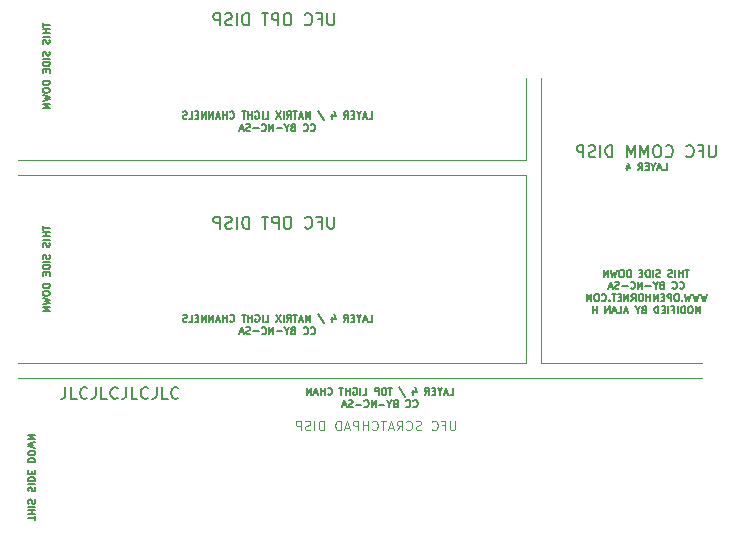
<source format=gbr>
G04 #@! TF.GenerationSoftware,KiCad,Pcbnew,(5.1.9)-1*
G04 #@! TF.CreationDate,2021-05-19T12:02:55-04:00*
G04 #@! TF.ProjectId,upper layers combined,75707065-7220-46c6-9179-65727320636f,rev?*
G04 #@! TF.SameCoordinates,Original*
G04 #@! TF.FileFunction,Legend,Bot*
G04 #@! TF.FilePolarity,Positive*
%FSLAX46Y46*%
G04 Gerber Fmt 4.6, Leading zero omitted, Abs format (unit mm)*
G04 Created by KiCad (PCBNEW (5.1.9)-1) date 2021-05-19 12:02:55*
%MOMM*%
%LPD*%
G01*
G04 APERTURE LIST*
%ADD10C,0.150000*%
%ADD11C,0.050000*%
%ADD12C,0.200000*%
%ADD13C,0.120000*%
G04 APERTURE END LIST*
D10*
X102060952Y-101052380D02*
X102060952Y-101766666D01*
X102013333Y-101909523D01*
X101918095Y-102004761D01*
X101775238Y-102052380D01*
X101680000Y-102052380D01*
X103013333Y-102052380D02*
X102537142Y-102052380D01*
X102537142Y-101052380D01*
X103918095Y-101957142D02*
X103870476Y-102004761D01*
X103727619Y-102052380D01*
X103632380Y-102052380D01*
X103489523Y-102004761D01*
X103394285Y-101909523D01*
X103346666Y-101814285D01*
X103299047Y-101623809D01*
X103299047Y-101480952D01*
X103346666Y-101290476D01*
X103394285Y-101195238D01*
X103489523Y-101100000D01*
X103632380Y-101052380D01*
X103727619Y-101052380D01*
X103870476Y-101100000D01*
X103918095Y-101147619D01*
X104632380Y-101052380D02*
X104632380Y-101766666D01*
X104584761Y-101909523D01*
X104489523Y-102004761D01*
X104346666Y-102052380D01*
X104251428Y-102052380D01*
X105584761Y-102052380D02*
X105108571Y-102052380D01*
X105108571Y-101052380D01*
X106489523Y-101957142D02*
X106441904Y-102004761D01*
X106299047Y-102052380D01*
X106203809Y-102052380D01*
X106060952Y-102004761D01*
X105965714Y-101909523D01*
X105918095Y-101814285D01*
X105870476Y-101623809D01*
X105870476Y-101480952D01*
X105918095Y-101290476D01*
X105965714Y-101195238D01*
X106060952Y-101100000D01*
X106203809Y-101052380D01*
X106299047Y-101052380D01*
X106441904Y-101100000D01*
X106489523Y-101147619D01*
X107203809Y-101052380D02*
X107203809Y-101766666D01*
X107156190Y-101909523D01*
X107060952Y-102004761D01*
X106918095Y-102052380D01*
X106822857Y-102052380D01*
X108156190Y-102052380D02*
X107680000Y-102052380D01*
X107680000Y-101052380D01*
X109060952Y-101957142D02*
X109013333Y-102004761D01*
X108870476Y-102052380D01*
X108775238Y-102052380D01*
X108632380Y-102004761D01*
X108537142Y-101909523D01*
X108489523Y-101814285D01*
X108441904Y-101623809D01*
X108441904Y-101480952D01*
X108489523Y-101290476D01*
X108537142Y-101195238D01*
X108632380Y-101100000D01*
X108775238Y-101052380D01*
X108870476Y-101052380D01*
X109013333Y-101100000D01*
X109060952Y-101147619D01*
X109775238Y-101052380D02*
X109775238Y-101766666D01*
X109727619Y-101909523D01*
X109632380Y-102004761D01*
X109489523Y-102052380D01*
X109394285Y-102052380D01*
X110727619Y-102052380D02*
X110251428Y-102052380D01*
X110251428Y-101052380D01*
X111632380Y-101957142D02*
X111584761Y-102004761D01*
X111441904Y-102052380D01*
X111346666Y-102052380D01*
X111203809Y-102004761D01*
X111108571Y-101909523D01*
X111060952Y-101814285D01*
X111013333Y-101623809D01*
X111013333Y-101480952D01*
X111060952Y-101290476D01*
X111108571Y-101195238D01*
X111203809Y-101100000D01*
X111346666Y-101052380D01*
X111441904Y-101052380D01*
X111584761Y-101100000D01*
X111632380Y-101147619D01*
D11*
X141088000Y-74905000D02*
X141087500Y-81831000D01*
X98034500Y-81831000D02*
X141087500Y-81831000D01*
D10*
X124816738Y-69433380D02*
X124816738Y-70242904D01*
X124769119Y-70338142D01*
X124721500Y-70385761D01*
X124626261Y-70433380D01*
X124435785Y-70433380D01*
X124340547Y-70385761D01*
X124292928Y-70338142D01*
X124245309Y-70242904D01*
X124245309Y-69433380D01*
X123435785Y-69909571D02*
X123769119Y-69909571D01*
X123769119Y-70433380D02*
X123769119Y-69433380D01*
X123292928Y-69433380D01*
X122340547Y-70338142D02*
X122388166Y-70385761D01*
X122531023Y-70433380D01*
X122626261Y-70433380D01*
X122769119Y-70385761D01*
X122864357Y-70290523D01*
X122911976Y-70195285D01*
X122959595Y-70004809D01*
X122959595Y-69861952D01*
X122911976Y-69671476D01*
X122864357Y-69576238D01*
X122769119Y-69481000D01*
X122626261Y-69433380D01*
X122531023Y-69433380D01*
X122388166Y-69481000D01*
X122340547Y-69528619D01*
X120959595Y-69433380D02*
X120769119Y-69433380D01*
X120673880Y-69481000D01*
X120578642Y-69576238D01*
X120531023Y-69766714D01*
X120531023Y-70100047D01*
X120578642Y-70290523D01*
X120673880Y-70385761D01*
X120769119Y-70433380D01*
X120959595Y-70433380D01*
X121054833Y-70385761D01*
X121150071Y-70290523D01*
X121197690Y-70100047D01*
X121197690Y-69766714D01*
X121150071Y-69576238D01*
X121054833Y-69481000D01*
X120959595Y-69433380D01*
X120102452Y-70433380D02*
X120102452Y-69433380D01*
X119721500Y-69433380D01*
X119626261Y-69481000D01*
X119578642Y-69528619D01*
X119531023Y-69623857D01*
X119531023Y-69766714D01*
X119578642Y-69861952D01*
X119626261Y-69909571D01*
X119721500Y-69957190D01*
X120102452Y-69957190D01*
X119245309Y-69433380D02*
X118673880Y-69433380D01*
X118959595Y-70433380D02*
X118959595Y-69433380D01*
X117578642Y-70433380D02*
X117578642Y-69433380D01*
X117340547Y-69433380D01*
X117197690Y-69481000D01*
X117102452Y-69576238D01*
X117054833Y-69671476D01*
X117007214Y-69861952D01*
X117007214Y-70004809D01*
X117054833Y-70195285D01*
X117102452Y-70290523D01*
X117197690Y-70385761D01*
X117340547Y-70433380D01*
X117578642Y-70433380D01*
X116578642Y-70433380D02*
X116578642Y-69433380D01*
X116150071Y-70385761D02*
X116007214Y-70433380D01*
X115769119Y-70433380D01*
X115673880Y-70385761D01*
X115626261Y-70338142D01*
X115578642Y-70242904D01*
X115578642Y-70147666D01*
X115626261Y-70052428D01*
X115673880Y-70004809D01*
X115769119Y-69957190D01*
X115959595Y-69909571D01*
X116054833Y-69861952D01*
X116102452Y-69814333D01*
X116150071Y-69719095D01*
X116150071Y-69623857D01*
X116102452Y-69528619D01*
X116054833Y-69481000D01*
X115959595Y-69433380D01*
X115721500Y-69433380D01*
X115578642Y-69481000D01*
X115150071Y-70433380D02*
X115150071Y-69433380D01*
X114769119Y-69433380D01*
X114673880Y-69481000D01*
X114626261Y-69528619D01*
X114578642Y-69623857D01*
X114578642Y-69766714D01*
X114626261Y-69861952D01*
X114673880Y-69909571D01*
X114769119Y-69957190D01*
X115150071Y-69957190D01*
X100127428Y-70214642D02*
X100127428Y-70557500D01*
X100727428Y-70386071D02*
X100127428Y-70386071D01*
X100727428Y-70757500D02*
X100127428Y-70757500D01*
X100413142Y-70757500D02*
X100413142Y-71100357D01*
X100727428Y-71100357D02*
X100127428Y-71100357D01*
X100727428Y-71386071D02*
X100127428Y-71386071D01*
X100698857Y-71643214D02*
X100727428Y-71728928D01*
X100727428Y-71871785D01*
X100698857Y-71928928D01*
X100670285Y-71957500D01*
X100613142Y-71986071D01*
X100556000Y-71986071D01*
X100498857Y-71957500D01*
X100470285Y-71928928D01*
X100441714Y-71871785D01*
X100413142Y-71757500D01*
X100384571Y-71700357D01*
X100356000Y-71671785D01*
X100298857Y-71643214D01*
X100241714Y-71643214D01*
X100184571Y-71671785D01*
X100156000Y-71700357D01*
X100127428Y-71757500D01*
X100127428Y-71900357D01*
X100156000Y-71986071D01*
X100698857Y-72671785D02*
X100727428Y-72757500D01*
X100727428Y-72900357D01*
X100698857Y-72957500D01*
X100670285Y-72986071D01*
X100613142Y-73014642D01*
X100556000Y-73014642D01*
X100498857Y-72986071D01*
X100470285Y-72957500D01*
X100441714Y-72900357D01*
X100413142Y-72786071D01*
X100384571Y-72728928D01*
X100356000Y-72700357D01*
X100298857Y-72671785D01*
X100241714Y-72671785D01*
X100184571Y-72700357D01*
X100156000Y-72728928D01*
X100127428Y-72786071D01*
X100127428Y-72928928D01*
X100156000Y-73014642D01*
X100727428Y-73271785D02*
X100127428Y-73271785D01*
X100727428Y-73557500D02*
X100127428Y-73557500D01*
X100127428Y-73700357D01*
X100156000Y-73786071D01*
X100213142Y-73843214D01*
X100270285Y-73871785D01*
X100384571Y-73900357D01*
X100470285Y-73900357D01*
X100584571Y-73871785D01*
X100641714Y-73843214D01*
X100698857Y-73786071D01*
X100727428Y-73700357D01*
X100727428Y-73557500D01*
X100413142Y-74157500D02*
X100413142Y-74357500D01*
X100727428Y-74443214D02*
X100727428Y-74157500D01*
X100127428Y-74157500D01*
X100127428Y-74443214D01*
X100727428Y-75157500D02*
X100127428Y-75157500D01*
X100127428Y-75300357D01*
X100156000Y-75386071D01*
X100213142Y-75443214D01*
X100270285Y-75471785D01*
X100384571Y-75500357D01*
X100470285Y-75500357D01*
X100584571Y-75471785D01*
X100641714Y-75443214D01*
X100698857Y-75386071D01*
X100727428Y-75300357D01*
X100727428Y-75157500D01*
X100127428Y-75871785D02*
X100127428Y-75986071D01*
X100156000Y-76043214D01*
X100213142Y-76100357D01*
X100327428Y-76128928D01*
X100527428Y-76128928D01*
X100641714Y-76100357D01*
X100698857Y-76043214D01*
X100727428Y-75986071D01*
X100727428Y-75871785D01*
X100698857Y-75814642D01*
X100641714Y-75757500D01*
X100527428Y-75728928D01*
X100327428Y-75728928D01*
X100213142Y-75757500D01*
X100156000Y-75814642D01*
X100127428Y-75871785D01*
X100127428Y-76328928D02*
X100727428Y-76471785D01*
X100298857Y-76586071D01*
X100727428Y-76700357D01*
X100127428Y-76843214D01*
X100727428Y-77071785D02*
X100127428Y-77071785D01*
X100727428Y-77414642D01*
X100127428Y-77414642D01*
X127749571Y-78331428D02*
X128035285Y-78331428D01*
X128035285Y-77731428D01*
X127578142Y-78160000D02*
X127292428Y-78160000D01*
X127635285Y-78331428D02*
X127435285Y-77731428D01*
X127235285Y-78331428D01*
X126921000Y-78045714D02*
X126921000Y-78331428D01*
X127121000Y-77731428D02*
X126921000Y-78045714D01*
X126721000Y-77731428D01*
X126521000Y-78017142D02*
X126321000Y-78017142D01*
X126235285Y-78331428D02*
X126521000Y-78331428D01*
X126521000Y-77731428D01*
X126235285Y-77731428D01*
X125635285Y-78331428D02*
X125835285Y-78045714D01*
X125978142Y-78331428D02*
X125978142Y-77731428D01*
X125749571Y-77731428D01*
X125692428Y-77760000D01*
X125663857Y-77788571D01*
X125635285Y-77845714D01*
X125635285Y-77931428D01*
X125663857Y-77988571D01*
X125692428Y-78017142D01*
X125749571Y-78045714D01*
X125978142Y-78045714D01*
X124663857Y-77931428D02*
X124663857Y-78331428D01*
X124806714Y-77702857D02*
X124949571Y-78131428D01*
X124578142Y-78131428D01*
X123463857Y-77702857D02*
X123978142Y-78474285D01*
X122806714Y-78331428D02*
X122806714Y-77731428D01*
X122606714Y-78160000D01*
X122406714Y-77731428D01*
X122406714Y-78331428D01*
X122149571Y-78160000D02*
X121863857Y-78160000D01*
X122206714Y-78331428D02*
X122006714Y-77731428D01*
X121806714Y-78331428D01*
X121692428Y-77731428D02*
X121349571Y-77731428D01*
X121521000Y-78331428D02*
X121521000Y-77731428D01*
X120806714Y-78331428D02*
X121006714Y-78045714D01*
X121149571Y-78331428D02*
X121149571Y-77731428D01*
X120921000Y-77731428D01*
X120863857Y-77760000D01*
X120835285Y-77788571D01*
X120806714Y-77845714D01*
X120806714Y-77931428D01*
X120835285Y-77988571D01*
X120863857Y-78017142D01*
X120921000Y-78045714D01*
X121149571Y-78045714D01*
X120549571Y-78331428D02*
X120549571Y-77731428D01*
X120321000Y-77731428D02*
X119921000Y-78331428D01*
X119921000Y-77731428D02*
X120321000Y-78331428D01*
X118949571Y-78331428D02*
X119235285Y-78331428D01*
X119235285Y-77731428D01*
X118749571Y-78331428D02*
X118749571Y-77731428D01*
X118149571Y-77760000D02*
X118206714Y-77731428D01*
X118292428Y-77731428D01*
X118378142Y-77760000D01*
X118435285Y-77817142D01*
X118463857Y-77874285D01*
X118492428Y-77988571D01*
X118492428Y-78074285D01*
X118463857Y-78188571D01*
X118435285Y-78245714D01*
X118378142Y-78302857D01*
X118292428Y-78331428D01*
X118235285Y-78331428D01*
X118149571Y-78302857D01*
X118121000Y-78274285D01*
X118121000Y-78074285D01*
X118235285Y-78074285D01*
X117863857Y-78331428D02*
X117863857Y-77731428D01*
X117863857Y-78017142D02*
X117521000Y-78017142D01*
X117521000Y-78331428D02*
X117521000Y-77731428D01*
X117321000Y-77731428D02*
X116978142Y-77731428D01*
X117149571Y-78331428D02*
X117149571Y-77731428D01*
X115978142Y-78274285D02*
X116006714Y-78302857D01*
X116092428Y-78331428D01*
X116149571Y-78331428D01*
X116235285Y-78302857D01*
X116292428Y-78245714D01*
X116321000Y-78188571D01*
X116349571Y-78074285D01*
X116349571Y-77988571D01*
X116321000Y-77874285D01*
X116292428Y-77817142D01*
X116235285Y-77760000D01*
X116149571Y-77731428D01*
X116092428Y-77731428D01*
X116006714Y-77760000D01*
X115978142Y-77788571D01*
X115721000Y-78331428D02*
X115721000Y-77731428D01*
X115721000Y-78017142D02*
X115378142Y-78017142D01*
X115378142Y-78331428D02*
X115378142Y-77731428D01*
X115121000Y-78160000D02*
X114835285Y-78160000D01*
X115178142Y-78331428D02*
X114978142Y-77731428D01*
X114778142Y-78331428D01*
X114578142Y-78331428D02*
X114578142Y-77731428D01*
X114235285Y-78331428D01*
X114235285Y-77731428D01*
X113949571Y-78331428D02*
X113949571Y-77731428D01*
X113606714Y-78331428D01*
X113606714Y-77731428D01*
X113321000Y-78017142D02*
X113121000Y-78017142D01*
X113035285Y-78331428D02*
X113321000Y-78331428D01*
X113321000Y-77731428D01*
X113035285Y-77731428D01*
X112492428Y-78331428D02*
X112778142Y-78331428D01*
X112778142Y-77731428D01*
X112321000Y-78302857D02*
X112235285Y-78331428D01*
X112092428Y-78331428D01*
X112035285Y-78302857D01*
X112006714Y-78274285D01*
X111978142Y-78217142D01*
X111978142Y-78160000D01*
X112006714Y-78102857D01*
X112035285Y-78074285D01*
X112092428Y-78045714D01*
X112206714Y-78017142D01*
X112263857Y-77988571D01*
X112292428Y-77960000D01*
X112321000Y-77902857D01*
X112321000Y-77845714D01*
X112292428Y-77788571D01*
X112263857Y-77760000D01*
X112206714Y-77731428D01*
X112063857Y-77731428D01*
X111978142Y-77760000D01*
X122821000Y-79324285D02*
X122849571Y-79352857D01*
X122935285Y-79381428D01*
X122992428Y-79381428D01*
X123078142Y-79352857D01*
X123135285Y-79295714D01*
X123163857Y-79238571D01*
X123192428Y-79124285D01*
X123192428Y-79038571D01*
X123163857Y-78924285D01*
X123135285Y-78867142D01*
X123078142Y-78810000D01*
X122992428Y-78781428D01*
X122935285Y-78781428D01*
X122849571Y-78810000D01*
X122821000Y-78838571D01*
X122221000Y-79324285D02*
X122249571Y-79352857D01*
X122335285Y-79381428D01*
X122392428Y-79381428D01*
X122478142Y-79352857D01*
X122535285Y-79295714D01*
X122563857Y-79238571D01*
X122592428Y-79124285D01*
X122592428Y-79038571D01*
X122563857Y-78924285D01*
X122535285Y-78867142D01*
X122478142Y-78810000D01*
X122392428Y-78781428D01*
X122335285Y-78781428D01*
X122249571Y-78810000D01*
X122221000Y-78838571D01*
X121306714Y-79067142D02*
X121221000Y-79095714D01*
X121192428Y-79124285D01*
X121163857Y-79181428D01*
X121163857Y-79267142D01*
X121192428Y-79324285D01*
X121221000Y-79352857D01*
X121278142Y-79381428D01*
X121506714Y-79381428D01*
X121506714Y-78781428D01*
X121306714Y-78781428D01*
X121249571Y-78810000D01*
X121221000Y-78838571D01*
X121192428Y-78895714D01*
X121192428Y-78952857D01*
X121221000Y-79010000D01*
X121249571Y-79038571D01*
X121306714Y-79067142D01*
X121506714Y-79067142D01*
X120792428Y-79095714D02*
X120792428Y-79381428D01*
X120992428Y-78781428D02*
X120792428Y-79095714D01*
X120592428Y-78781428D01*
X120392428Y-79152857D02*
X119935285Y-79152857D01*
X119649571Y-79381428D02*
X119649571Y-78781428D01*
X119306714Y-79381428D01*
X119306714Y-78781428D01*
X118678142Y-79324285D02*
X118706714Y-79352857D01*
X118792428Y-79381428D01*
X118849571Y-79381428D01*
X118935285Y-79352857D01*
X118992428Y-79295714D01*
X119021000Y-79238571D01*
X119049571Y-79124285D01*
X119049571Y-79038571D01*
X119021000Y-78924285D01*
X118992428Y-78867142D01*
X118935285Y-78810000D01*
X118849571Y-78781428D01*
X118792428Y-78781428D01*
X118706714Y-78810000D01*
X118678142Y-78838571D01*
X118421000Y-79152857D02*
X117963857Y-79152857D01*
X117706714Y-79352857D02*
X117621000Y-79381428D01*
X117478142Y-79381428D01*
X117421000Y-79352857D01*
X117392428Y-79324285D01*
X117363857Y-79267142D01*
X117363857Y-79210000D01*
X117392428Y-79152857D01*
X117421000Y-79124285D01*
X117478142Y-79095714D01*
X117592428Y-79067142D01*
X117649571Y-79038571D01*
X117678142Y-79010000D01*
X117706714Y-78952857D01*
X117706714Y-78895714D01*
X117678142Y-78838571D01*
X117649571Y-78810000D01*
X117592428Y-78781428D01*
X117449571Y-78781428D01*
X117363857Y-78810000D01*
X117135285Y-79210000D02*
X116849571Y-79210000D01*
X117192428Y-79381428D02*
X116992428Y-78781428D01*
X116792428Y-79381428D01*
X124820738Y-86638380D02*
X124820738Y-87447904D01*
X124773119Y-87543142D01*
X124725500Y-87590761D01*
X124630261Y-87638380D01*
X124439785Y-87638380D01*
X124344547Y-87590761D01*
X124296928Y-87543142D01*
X124249309Y-87447904D01*
X124249309Y-86638380D01*
X123439785Y-87114571D02*
X123773119Y-87114571D01*
X123773119Y-87638380D02*
X123773119Y-86638380D01*
X123296928Y-86638380D01*
X122344547Y-87543142D02*
X122392166Y-87590761D01*
X122535023Y-87638380D01*
X122630261Y-87638380D01*
X122773119Y-87590761D01*
X122868357Y-87495523D01*
X122915976Y-87400285D01*
X122963595Y-87209809D01*
X122963595Y-87066952D01*
X122915976Y-86876476D01*
X122868357Y-86781238D01*
X122773119Y-86686000D01*
X122630261Y-86638380D01*
X122535023Y-86638380D01*
X122392166Y-86686000D01*
X122344547Y-86733619D01*
X120963595Y-86638380D02*
X120773119Y-86638380D01*
X120677880Y-86686000D01*
X120582642Y-86781238D01*
X120535023Y-86971714D01*
X120535023Y-87305047D01*
X120582642Y-87495523D01*
X120677880Y-87590761D01*
X120773119Y-87638380D01*
X120963595Y-87638380D01*
X121058833Y-87590761D01*
X121154071Y-87495523D01*
X121201690Y-87305047D01*
X121201690Y-86971714D01*
X121154071Y-86781238D01*
X121058833Y-86686000D01*
X120963595Y-86638380D01*
X120106452Y-87638380D02*
X120106452Y-86638380D01*
X119725500Y-86638380D01*
X119630261Y-86686000D01*
X119582642Y-86733619D01*
X119535023Y-86828857D01*
X119535023Y-86971714D01*
X119582642Y-87066952D01*
X119630261Y-87114571D01*
X119725500Y-87162190D01*
X120106452Y-87162190D01*
X119249309Y-86638380D02*
X118677880Y-86638380D01*
X118963595Y-87638380D02*
X118963595Y-86638380D01*
X117582642Y-87638380D02*
X117582642Y-86638380D01*
X117344547Y-86638380D01*
X117201690Y-86686000D01*
X117106452Y-86781238D01*
X117058833Y-86876476D01*
X117011214Y-87066952D01*
X117011214Y-87209809D01*
X117058833Y-87400285D01*
X117106452Y-87495523D01*
X117201690Y-87590761D01*
X117344547Y-87638380D01*
X117582642Y-87638380D01*
X116582642Y-87638380D02*
X116582642Y-86638380D01*
X116154071Y-87590761D02*
X116011214Y-87638380D01*
X115773119Y-87638380D01*
X115677880Y-87590761D01*
X115630261Y-87543142D01*
X115582642Y-87447904D01*
X115582642Y-87352666D01*
X115630261Y-87257428D01*
X115677880Y-87209809D01*
X115773119Y-87162190D01*
X115963595Y-87114571D01*
X116058833Y-87066952D01*
X116106452Y-87019333D01*
X116154071Y-86924095D01*
X116154071Y-86828857D01*
X116106452Y-86733619D01*
X116058833Y-86686000D01*
X115963595Y-86638380D01*
X115725500Y-86638380D01*
X115582642Y-86686000D01*
X115154071Y-87638380D02*
X115154071Y-86638380D01*
X114773119Y-86638380D01*
X114677880Y-86686000D01*
X114630261Y-86733619D01*
X114582642Y-86828857D01*
X114582642Y-86971714D01*
X114630261Y-87066952D01*
X114677880Y-87114571D01*
X114773119Y-87162190D01*
X115154071Y-87162190D01*
D11*
X98038500Y-83107000D02*
X141091500Y-83107000D01*
X98038500Y-99036000D02*
X141091500Y-99036000D01*
X141091500Y-83107000D02*
X141091500Y-99036000D01*
D10*
X100131428Y-87419642D02*
X100131428Y-87762500D01*
X100731428Y-87591071D02*
X100131428Y-87591071D01*
X100731428Y-87962500D02*
X100131428Y-87962500D01*
X100417142Y-87962500D02*
X100417142Y-88305357D01*
X100731428Y-88305357D02*
X100131428Y-88305357D01*
X100731428Y-88591071D02*
X100131428Y-88591071D01*
X100702857Y-88848214D02*
X100731428Y-88933928D01*
X100731428Y-89076785D01*
X100702857Y-89133928D01*
X100674285Y-89162500D01*
X100617142Y-89191071D01*
X100560000Y-89191071D01*
X100502857Y-89162500D01*
X100474285Y-89133928D01*
X100445714Y-89076785D01*
X100417142Y-88962500D01*
X100388571Y-88905357D01*
X100360000Y-88876785D01*
X100302857Y-88848214D01*
X100245714Y-88848214D01*
X100188571Y-88876785D01*
X100160000Y-88905357D01*
X100131428Y-88962500D01*
X100131428Y-89105357D01*
X100160000Y-89191071D01*
X100702857Y-89876785D02*
X100731428Y-89962500D01*
X100731428Y-90105357D01*
X100702857Y-90162500D01*
X100674285Y-90191071D01*
X100617142Y-90219642D01*
X100560000Y-90219642D01*
X100502857Y-90191071D01*
X100474285Y-90162500D01*
X100445714Y-90105357D01*
X100417142Y-89991071D01*
X100388571Y-89933928D01*
X100360000Y-89905357D01*
X100302857Y-89876785D01*
X100245714Y-89876785D01*
X100188571Y-89905357D01*
X100160000Y-89933928D01*
X100131428Y-89991071D01*
X100131428Y-90133928D01*
X100160000Y-90219642D01*
X100731428Y-90476785D02*
X100131428Y-90476785D01*
X100731428Y-90762500D02*
X100131428Y-90762500D01*
X100131428Y-90905357D01*
X100160000Y-90991071D01*
X100217142Y-91048214D01*
X100274285Y-91076785D01*
X100388571Y-91105357D01*
X100474285Y-91105357D01*
X100588571Y-91076785D01*
X100645714Y-91048214D01*
X100702857Y-90991071D01*
X100731428Y-90905357D01*
X100731428Y-90762500D01*
X100417142Y-91362500D02*
X100417142Y-91562500D01*
X100731428Y-91648214D02*
X100731428Y-91362500D01*
X100131428Y-91362500D01*
X100131428Y-91648214D01*
X100731428Y-92362500D02*
X100131428Y-92362500D01*
X100131428Y-92505357D01*
X100160000Y-92591071D01*
X100217142Y-92648214D01*
X100274285Y-92676785D01*
X100388571Y-92705357D01*
X100474285Y-92705357D01*
X100588571Y-92676785D01*
X100645714Y-92648214D01*
X100702857Y-92591071D01*
X100731428Y-92505357D01*
X100731428Y-92362500D01*
X100131428Y-93076785D02*
X100131428Y-93191071D01*
X100160000Y-93248214D01*
X100217142Y-93305357D01*
X100331428Y-93333928D01*
X100531428Y-93333928D01*
X100645714Y-93305357D01*
X100702857Y-93248214D01*
X100731428Y-93191071D01*
X100731428Y-93076785D01*
X100702857Y-93019642D01*
X100645714Y-92962500D01*
X100531428Y-92933928D01*
X100331428Y-92933928D01*
X100217142Y-92962500D01*
X100160000Y-93019642D01*
X100131428Y-93076785D01*
X100131428Y-93533928D02*
X100731428Y-93676785D01*
X100302857Y-93791071D01*
X100731428Y-93905357D01*
X100131428Y-94048214D01*
X100731428Y-94276785D02*
X100131428Y-94276785D01*
X100731428Y-94619642D01*
X100131428Y-94619642D01*
X127753571Y-95536428D02*
X128039285Y-95536428D01*
X128039285Y-94936428D01*
X127582142Y-95365000D02*
X127296428Y-95365000D01*
X127639285Y-95536428D02*
X127439285Y-94936428D01*
X127239285Y-95536428D01*
X126925000Y-95250714D02*
X126925000Y-95536428D01*
X127125000Y-94936428D02*
X126925000Y-95250714D01*
X126725000Y-94936428D01*
X126525000Y-95222142D02*
X126325000Y-95222142D01*
X126239285Y-95536428D02*
X126525000Y-95536428D01*
X126525000Y-94936428D01*
X126239285Y-94936428D01*
X125639285Y-95536428D02*
X125839285Y-95250714D01*
X125982142Y-95536428D02*
X125982142Y-94936428D01*
X125753571Y-94936428D01*
X125696428Y-94965000D01*
X125667857Y-94993571D01*
X125639285Y-95050714D01*
X125639285Y-95136428D01*
X125667857Y-95193571D01*
X125696428Y-95222142D01*
X125753571Y-95250714D01*
X125982142Y-95250714D01*
X124667857Y-95136428D02*
X124667857Y-95536428D01*
X124810714Y-94907857D02*
X124953571Y-95336428D01*
X124582142Y-95336428D01*
X123467857Y-94907857D02*
X123982142Y-95679285D01*
X122810714Y-95536428D02*
X122810714Y-94936428D01*
X122610714Y-95365000D01*
X122410714Y-94936428D01*
X122410714Y-95536428D01*
X122153571Y-95365000D02*
X121867857Y-95365000D01*
X122210714Y-95536428D02*
X122010714Y-94936428D01*
X121810714Y-95536428D01*
X121696428Y-94936428D02*
X121353571Y-94936428D01*
X121525000Y-95536428D02*
X121525000Y-94936428D01*
X120810714Y-95536428D02*
X121010714Y-95250714D01*
X121153571Y-95536428D02*
X121153571Y-94936428D01*
X120925000Y-94936428D01*
X120867857Y-94965000D01*
X120839285Y-94993571D01*
X120810714Y-95050714D01*
X120810714Y-95136428D01*
X120839285Y-95193571D01*
X120867857Y-95222142D01*
X120925000Y-95250714D01*
X121153571Y-95250714D01*
X120553571Y-95536428D02*
X120553571Y-94936428D01*
X120325000Y-94936428D02*
X119925000Y-95536428D01*
X119925000Y-94936428D02*
X120325000Y-95536428D01*
X118953571Y-95536428D02*
X119239285Y-95536428D01*
X119239285Y-94936428D01*
X118753571Y-95536428D02*
X118753571Y-94936428D01*
X118153571Y-94965000D02*
X118210714Y-94936428D01*
X118296428Y-94936428D01*
X118382142Y-94965000D01*
X118439285Y-95022142D01*
X118467857Y-95079285D01*
X118496428Y-95193571D01*
X118496428Y-95279285D01*
X118467857Y-95393571D01*
X118439285Y-95450714D01*
X118382142Y-95507857D01*
X118296428Y-95536428D01*
X118239285Y-95536428D01*
X118153571Y-95507857D01*
X118125000Y-95479285D01*
X118125000Y-95279285D01*
X118239285Y-95279285D01*
X117867857Y-95536428D02*
X117867857Y-94936428D01*
X117867857Y-95222142D02*
X117525000Y-95222142D01*
X117525000Y-95536428D02*
X117525000Y-94936428D01*
X117325000Y-94936428D02*
X116982142Y-94936428D01*
X117153571Y-95536428D02*
X117153571Y-94936428D01*
X115982142Y-95479285D02*
X116010714Y-95507857D01*
X116096428Y-95536428D01*
X116153571Y-95536428D01*
X116239285Y-95507857D01*
X116296428Y-95450714D01*
X116325000Y-95393571D01*
X116353571Y-95279285D01*
X116353571Y-95193571D01*
X116325000Y-95079285D01*
X116296428Y-95022142D01*
X116239285Y-94965000D01*
X116153571Y-94936428D01*
X116096428Y-94936428D01*
X116010714Y-94965000D01*
X115982142Y-94993571D01*
X115725000Y-95536428D02*
X115725000Y-94936428D01*
X115725000Y-95222142D02*
X115382142Y-95222142D01*
X115382142Y-95536428D02*
X115382142Y-94936428D01*
X115125000Y-95365000D02*
X114839285Y-95365000D01*
X115182142Y-95536428D02*
X114982142Y-94936428D01*
X114782142Y-95536428D01*
X114582142Y-95536428D02*
X114582142Y-94936428D01*
X114239285Y-95536428D01*
X114239285Y-94936428D01*
X113953571Y-95536428D02*
X113953571Y-94936428D01*
X113610714Y-95536428D01*
X113610714Y-94936428D01*
X113325000Y-95222142D02*
X113125000Y-95222142D01*
X113039285Y-95536428D02*
X113325000Y-95536428D01*
X113325000Y-94936428D01*
X113039285Y-94936428D01*
X112496428Y-95536428D02*
X112782142Y-95536428D01*
X112782142Y-94936428D01*
X112325000Y-95507857D02*
X112239285Y-95536428D01*
X112096428Y-95536428D01*
X112039285Y-95507857D01*
X112010714Y-95479285D01*
X111982142Y-95422142D01*
X111982142Y-95365000D01*
X112010714Y-95307857D01*
X112039285Y-95279285D01*
X112096428Y-95250714D01*
X112210714Y-95222142D01*
X112267857Y-95193571D01*
X112296428Y-95165000D01*
X112325000Y-95107857D01*
X112325000Y-95050714D01*
X112296428Y-94993571D01*
X112267857Y-94965000D01*
X112210714Y-94936428D01*
X112067857Y-94936428D01*
X111982142Y-94965000D01*
X122825000Y-96529285D02*
X122853571Y-96557857D01*
X122939285Y-96586428D01*
X122996428Y-96586428D01*
X123082142Y-96557857D01*
X123139285Y-96500714D01*
X123167857Y-96443571D01*
X123196428Y-96329285D01*
X123196428Y-96243571D01*
X123167857Y-96129285D01*
X123139285Y-96072142D01*
X123082142Y-96015000D01*
X122996428Y-95986428D01*
X122939285Y-95986428D01*
X122853571Y-96015000D01*
X122825000Y-96043571D01*
X122225000Y-96529285D02*
X122253571Y-96557857D01*
X122339285Y-96586428D01*
X122396428Y-96586428D01*
X122482142Y-96557857D01*
X122539285Y-96500714D01*
X122567857Y-96443571D01*
X122596428Y-96329285D01*
X122596428Y-96243571D01*
X122567857Y-96129285D01*
X122539285Y-96072142D01*
X122482142Y-96015000D01*
X122396428Y-95986428D01*
X122339285Y-95986428D01*
X122253571Y-96015000D01*
X122225000Y-96043571D01*
X121310714Y-96272142D02*
X121225000Y-96300714D01*
X121196428Y-96329285D01*
X121167857Y-96386428D01*
X121167857Y-96472142D01*
X121196428Y-96529285D01*
X121225000Y-96557857D01*
X121282142Y-96586428D01*
X121510714Y-96586428D01*
X121510714Y-95986428D01*
X121310714Y-95986428D01*
X121253571Y-96015000D01*
X121225000Y-96043571D01*
X121196428Y-96100714D01*
X121196428Y-96157857D01*
X121225000Y-96215000D01*
X121253571Y-96243571D01*
X121310714Y-96272142D01*
X121510714Y-96272142D01*
X120796428Y-96300714D02*
X120796428Y-96586428D01*
X120996428Y-95986428D02*
X120796428Y-96300714D01*
X120596428Y-95986428D01*
X120396428Y-96357857D02*
X119939285Y-96357857D01*
X119653571Y-96586428D02*
X119653571Y-95986428D01*
X119310714Y-96586428D01*
X119310714Y-95986428D01*
X118682142Y-96529285D02*
X118710714Y-96557857D01*
X118796428Y-96586428D01*
X118853571Y-96586428D01*
X118939285Y-96557857D01*
X118996428Y-96500714D01*
X119025000Y-96443571D01*
X119053571Y-96329285D01*
X119053571Y-96243571D01*
X119025000Y-96129285D01*
X118996428Y-96072142D01*
X118939285Y-96015000D01*
X118853571Y-95986428D01*
X118796428Y-95986428D01*
X118710714Y-96015000D01*
X118682142Y-96043571D01*
X118425000Y-96357857D02*
X117967857Y-96357857D01*
X117710714Y-96557857D02*
X117625000Y-96586428D01*
X117482142Y-96586428D01*
X117425000Y-96557857D01*
X117396428Y-96529285D01*
X117367857Y-96472142D01*
X117367857Y-96415000D01*
X117396428Y-96357857D01*
X117425000Y-96329285D01*
X117482142Y-96300714D01*
X117596428Y-96272142D01*
X117653571Y-96243571D01*
X117682142Y-96215000D01*
X117710714Y-96157857D01*
X117710714Y-96100714D01*
X117682142Y-96043571D01*
X117653571Y-96015000D01*
X117596428Y-95986428D01*
X117453571Y-95986428D01*
X117367857Y-96015000D01*
X117139285Y-96415000D02*
X116853571Y-96415000D01*
X117196428Y-96586428D02*
X116996428Y-95986428D01*
X116796428Y-96586428D01*
X152670285Y-82688428D02*
X152956000Y-82688428D01*
X152956000Y-82088428D01*
X152498857Y-82517000D02*
X152213142Y-82517000D01*
X152556000Y-82688428D02*
X152356000Y-82088428D01*
X152156000Y-82688428D01*
X151841714Y-82402714D02*
X151841714Y-82688428D01*
X152041714Y-82088428D02*
X151841714Y-82402714D01*
X151641714Y-82088428D01*
X151441714Y-82374142D02*
X151241714Y-82374142D01*
X151156000Y-82688428D02*
X151441714Y-82688428D01*
X151441714Y-82088428D01*
X151156000Y-82088428D01*
X150556000Y-82688428D02*
X150756000Y-82402714D01*
X150898857Y-82688428D02*
X150898857Y-82088428D01*
X150670285Y-82088428D01*
X150613142Y-82117000D01*
X150584571Y-82145571D01*
X150556000Y-82202714D01*
X150556000Y-82288428D01*
X150584571Y-82345571D01*
X150613142Y-82374142D01*
X150670285Y-82402714D01*
X150898857Y-82402714D01*
X149584571Y-82288428D02*
X149584571Y-82688428D01*
X149727428Y-82059857D02*
X149870285Y-82488428D01*
X149498857Y-82488428D01*
D12*
X157113142Y-80599380D02*
X157113142Y-81408904D01*
X157065523Y-81504142D01*
X157017904Y-81551761D01*
X156922666Y-81599380D01*
X156732190Y-81599380D01*
X156636952Y-81551761D01*
X156589333Y-81504142D01*
X156541714Y-81408904D01*
X156541714Y-80599380D01*
X155732190Y-81075571D02*
X156065523Y-81075571D01*
X156065523Y-81599380D02*
X156065523Y-80599380D01*
X155589333Y-80599380D01*
X154636952Y-81504142D02*
X154684571Y-81551761D01*
X154827428Y-81599380D01*
X154922666Y-81599380D01*
X155065523Y-81551761D01*
X155160761Y-81456523D01*
X155208380Y-81361285D01*
X155256000Y-81170809D01*
X155256000Y-81027952D01*
X155208380Y-80837476D01*
X155160761Y-80742238D01*
X155065523Y-80647000D01*
X154922666Y-80599380D01*
X154827428Y-80599380D01*
X154684571Y-80647000D01*
X154636952Y-80694619D01*
X152875047Y-81504142D02*
X152922666Y-81551761D01*
X153065523Y-81599380D01*
X153160761Y-81599380D01*
X153303619Y-81551761D01*
X153398857Y-81456523D01*
X153446476Y-81361285D01*
X153494095Y-81170809D01*
X153494095Y-81027952D01*
X153446476Y-80837476D01*
X153398857Y-80742238D01*
X153303619Y-80647000D01*
X153160761Y-80599380D01*
X153065523Y-80599380D01*
X152922666Y-80647000D01*
X152875047Y-80694619D01*
X152256000Y-80599380D02*
X152065523Y-80599380D01*
X151970285Y-80647000D01*
X151875047Y-80742238D01*
X151827428Y-80932714D01*
X151827428Y-81266047D01*
X151875047Y-81456523D01*
X151970285Y-81551761D01*
X152065523Y-81599380D01*
X152256000Y-81599380D01*
X152351238Y-81551761D01*
X152446476Y-81456523D01*
X152494095Y-81266047D01*
X152494095Y-80932714D01*
X152446476Y-80742238D01*
X152351238Y-80647000D01*
X152256000Y-80599380D01*
X151398857Y-81599380D02*
X151398857Y-80599380D01*
X151065523Y-81313666D01*
X150732190Y-80599380D01*
X150732190Y-81599380D01*
X150256000Y-81599380D02*
X150256000Y-80599380D01*
X149922666Y-81313666D01*
X149589333Y-80599380D01*
X149589333Y-81599380D01*
X148351238Y-81599380D02*
X148351238Y-80599380D01*
X148113142Y-80599380D01*
X147970285Y-80647000D01*
X147875047Y-80742238D01*
X147827428Y-80837476D01*
X147779809Y-81027952D01*
X147779809Y-81170809D01*
X147827428Y-81361285D01*
X147875047Y-81456523D01*
X147970285Y-81551761D01*
X148113142Y-81599380D01*
X148351238Y-81599380D01*
X147351238Y-81599380D02*
X147351238Y-80599380D01*
X146922666Y-81551761D02*
X146779809Y-81599380D01*
X146541714Y-81599380D01*
X146446476Y-81551761D01*
X146398857Y-81504142D01*
X146351238Y-81408904D01*
X146351238Y-81313666D01*
X146398857Y-81218428D01*
X146446476Y-81170809D01*
X146541714Y-81123190D01*
X146732190Y-81075571D01*
X146827428Y-81027952D01*
X146875047Y-80980333D01*
X146922666Y-80885095D01*
X146922666Y-80789857D01*
X146875047Y-80694619D01*
X146827428Y-80647000D01*
X146732190Y-80599380D01*
X146494095Y-80599380D01*
X146351238Y-80647000D01*
X145922666Y-81599380D02*
X145922666Y-80599380D01*
X145541714Y-80599380D01*
X145446476Y-80647000D01*
X145398857Y-80694619D01*
X145351238Y-80789857D01*
X145351238Y-80932714D01*
X145398857Y-81027952D01*
X145446476Y-81075571D01*
X145541714Y-81123190D01*
X145922666Y-81123190D01*
D10*
X154060000Y-92674285D02*
X154088571Y-92702857D01*
X154174285Y-92731428D01*
X154231428Y-92731428D01*
X154317142Y-92702857D01*
X154374285Y-92645714D01*
X154402857Y-92588571D01*
X154431428Y-92474285D01*
X154431428Y-92388571D01*
X154402857Y-92274285D01*
X154374285Y-92217142D01*
X154317142Y-92160000D01*
X154231428Y-92131428D01*
X154174285Y-92131428D01*
X154088571Y-92160000D01*
X154060000Y-92188571D01*
X153460000Y-92674285D02*
X153488571Y-92702857D01*
X153574285Y-92731428D01*
X153631428Y-92731428D01*
X153717142Y-92702857D01*
X153774285Y-92645714D01*
X153802857Y-92588571D01*
X153831428Y-92474285D01*
X153831428Y-92388571D01*
X153802857Y-92274285D01*
X153774285Y-92217142D01*
X153717142Y-92160000D01*
X153631428Y-92131428D01*
X153574285Y-92131428D01*
X153488571Y-92160000D01*
X153460000Y-92188571D01*
X152545714Y-92417142D02*
X152460000Y-92445714D01*
X152431428Y-92474285D01*
X152402857Y-92531428D01*
X152402857Y-92617142D01*
X152431428Y-92674285D01*
X152460000Y-92702857D01*
X152517142Y-92731428D01*
X152745714Y-92731428D01*
X152745714Y-92131428D01*
X152545714Y-92131428D01*
X152488571Y-92160000D01*
X152460000Y-92188571D01*
X152431428Y-92245714D01*
X152431428Y-92302857D01*
X152460000Y-92360000D01*
X152488571Y-92388571D01*
X152545714Y-92417142D01*
X152745714Y-92417142D01*
X152031428Y-92445714D02*
X152031428Y-92731428D01*
X152231428Y-92131428D02*
X152031428Y-92445714D01*
X151831428Y-92131428D01*
X151631428Y-92502857D02*
X151174285Y-92502857D01*
X150888571Y-92731428D02*
X150888571Y-92131428D01*
X150545714Y-92731428D01*
X150545714Y-92131428D01*
X149917142Y-92674285D02*
X149945714Y-92702857D01*
X150031428Y-92731428D01*
X150088571Y-92731428D01*
X150174285Y-92702857D01*
X150231428Y-92645714D01*
X150260000Y-92588571D01*
X150288571Y-92474285D01*
X150288571Y-92388571D01*
X150260000Y-92274285D01*
X150231428Y-92217142D01*
X150174285Y-92160000D01*
X150088571Y-92131428D01*
X150031428Y-92131428D01*
X149945714Y-92160000D01*
X149917142Y-92188571D01*
X149660000Y-92502857D02*
X149202857Y-92502857D01*
X148945714Y-92702857D02*
X148860000Y-92731428D01*
X148717142Y-92731428D01*
X148660000Y-92702857D01*
X148631428Y-92674285D01*
X148602857Y-92617142D01*
X148602857Y-92560000D01*
X148631428Y-92502857D01*
X148660000Y-92474285D01*
X148717142Y-92445714D01*
X148831428Y-92417142D01*
X148888571Y-92388571D01*
X148917142Y-92360000D01*
X148945714Y-92302857D01*
X148945714Y-92245714D01*
X148917142Y-92188571D01*
X148888571Y-92160000D01*
X148831428Y-92131428D01*
X148688571Y-92131428D01*
X148602857Y-92160000D01*
X148374285Y-92560000D02*
X148088571Y-92560000D01*
X148431428Y-92731428D02*
X148231428Y-92131428D01*
X148031428Y-92731428D01*
X156388571Y-93181428D02*
X156245714Y-93781428D01*
X156131428Y-93352857D01*
X156017142Y-93781428D01*
X155874285Y-93181428D01*
X155702857Y-93181428D02*
X155560000Y-93781428D01*
X155445714Y-93352857D01*
X155331428Y-93781428D01*
X155188571Y-93181428D01*
X155017142Y-93181428D02*
X154874285Y-93781428D01*
X154760000Y-93352857D01*
X154645714Y-93781428D01*
X154502857Y-93181428D01*
X154274285Y-93724285D02*
X154245714Y-93752857D01*
X154274285Y-93781428D01*
X154302857Y-93752857D01*
X154274285Y-93724285D01*
X154274285Y-93781428D01*
X153874285Y-93181428D02*
X153760000Y-93181428D01*
X153702857Y-93210000D01*
X153645714Y-93267142D01*
X153617142Y-93381428D01*
X153617142Y-93581428D01*
X153645714Y-93695714D01*
X153702857Y-93752857D01*
X153760000Y-93781428D01*
X153874285Y-93781428D01*
X153931428Y-93752857D01*
X153988571Y-93695714D01*
X154017142Y-93581428D01*
X154017142Y-93381428D01*
X153988571Y-93267142D01*
X153931428Y-93210000D01*
X153874285Y-93181428D01*
X153360000Y-93781428D02*
X153360000Y-93181428D01*
X153131428Y-93181428D01*
X153074285Y-93210000D01*
X153045714Y-93238571D01*
X153017142Y-93295714D01*
X153017142Y-93381428D01*
X153045714Y-93438571D01*
X153074285Y-93467142D01*
X153131428Y-93495714D01*
X153360000Y-93495714D01*
X152760000Y-93467142D02*
X152560000Y-93467142D01*
X152474285Y-93781428D02*
X152760000Y-93781428D01*
X152760000Y-93181428D01*
X152474285Y-93181428D01*
X152217142Y-93781428D02*
X152217142Y-93181428D01*
X151874285Y-93781428D01*
X151874285Y-93181428D01*
X151588571Y-93781428D02*
X151588571Y-93181428D01*
X151588571Y-93467142D02*
X151245714Y-93467142D01*
X151245714Y-93781428D02*
X151245714Y-93181428D01*
X150845714Y-93181428D02*
X150731428Y-93181428D01*
X150674285Y-93210000D01*
X150617142Y-93267142D01*
X150588571Y-93381428D01*
X150588571Y-93581428D01*
X150617142Y-93695714D01*
X150674285Y-93752857D01*
X150731428Y-93781428D01*
X150845714Y-93781428D01*
X150902857Y-93752857D01*
X150960000Y-93695714D01*
X150988571Y-93581428D01*
X150988571Y-93381428D01*
X150960000Y-93267142D01*
X150902857Y-93210000D01*
X150845714Y-93181428D01*
X149988571Y-93781428D02*
X150188571Y-93495714D01*
X150331428Y-93781428D02*
X150331428Y-93181428D01*
X150102857Y-93181428D01*
X150045714Y-93210000D01*
X150017142Y-93238571D01*
X149988571Y-93295714D01*
X149988571Y-93381428D01*
X150017142Y-93438571D01*
X150045714Y-93467142D01*
X150102857Y-93495714D01*
X150331428Y-93495714D01*
X149731428Y-93781428D02*
X149731428Y-93181428D01*
X149388571Y-93781428D01*
X149388571Y-93181428D01*
X149102857Y-93467142D02*
X148902857Y-93467142D01*
X148817142Y-93781428D02*
X149102857Y-93781428D01*
X149102857Y-93181428D01*
X148817142Y-93181428D01*
X148645714Y-93181428D02*
X148302857Y-93181428D01*
X148474285Y-93781428D02*
X148474285Y-93181428D01*
X148102857Y-93724285D02*
X148074285Y-93752857D01*
X148102857Y-93781428D01*
X148131428Y-93752857D01*
X148102857Y-93724285D01*
X148102857Y-93781428D01*
X147474285Y-93724285D02*
X147502857Y-93752857D01*
X147588571Y-93781428D01*
X147645714Y-93781428D01*
X147731428Y-93752857D01*
X147788571Y-93695714D01*
X147817142Y-93638571D01*
X147845714Y-93524285D01*
X147845714Y-93438571D01*
X147817142Y-93324285D01*
X147788571Y-93267142D01*
X147731428Y-93210000D01*
X147645714Y-93181428D01*
X147588571Y-93181428D01*
X147502857Y-93210000D01*
X147474285Y-93238571D01*
X147102857Y-93181428D02*
X146988571Y-93181428D01*
X146931428Y-93210000D01*
X146874285Y-93267142D01*
X146845714Y-93381428D01*
X146845714Y-93581428D01*
X146874285Y-93695714D01*
X146931428Y-93752857D01*
X146988571Y-93781428D01*
X147102857Y-93781428D01*
X147160000Y-93752857D01*
X147217142Y-93695714D01*
X147245714Y-93581428D01*
X147245714Y-93381428D01*
X147217142Y-93267142D01*
X147160000Y-93210000D01*
X147102857Y-93181428D01*
X146588571Y-93781428D02*
X146588571Y-93181428D01*
X146388571Y-93610000D01*
X146188571Y-93181428D01*
X146188571Y-93781428D01*
X155817142Y-94831428D02*
X155817142Y-94231428D01*
X155617142Y-94660000D01*
X155417142Y-94231428D01*
X155417142Y-94831428D01*
X155017142Y-94231428D02*
X154902857Y-94231428D01*
X154845714Y-94260000D01*
X154788571Y-94317142D01*
X154760000Y-94431428D01*
X154760000Y-94631428D01*
X154788571Y-94745714D01*
X154845714Y-94802857D01*
X154902857Y-94831428D01*
X155017142Y-94831428D01*
X155074285Y-94802857D01*
X155131428Y-94745714D01*
X155160000Y-94631428D01*
X155160000Y-94431428D01*
X155131428Y-94317142D01*
X155074285Y-94260000D01*
X155017142Y-94231428D01*
X154502857Y-94831428D02*
X154502857Y-94231428D01*
X154360000Y-94231428D01*
X154274285Y-94260000D01*
X154217142Y-94317142D01*
X154188571Y-94374285D01*
X154160000Y-94488571D01*
X154160000Y-94574285D01*
X154188571Y-94688571D01*
X154217142Y-94745714D01*
X154274285Y-94802857D01*
X154360000Y-94831428D01*
X154502857Y-94831428D01*
X153902857Y-94831428D02*
X153902857Y-94231428D01*
X153417142Y-94517142D02*
X153617142Y-94517142D01*
X153617142Y-94831428D02*
X153617142Y-94231428D01*
X153331428Y-94231428D01*
X153102857Y-94831428D02*
X153102857Y-94231428D01*
X152817142Y-94517142D02*
X152617142Y-94517142D01*
X152531428Y-94831428D02*
X152817142Y-94831428D01*
X152817142Y-94231428D01*
X152531428Y-94231428D01*
X152274285Y-94831428D02*
X152274285Y-94231428D01*
X152131428Y-94231428D01*
X152045714Y-94260000D01*
X151988571Y-94317142D01*
X151960000Y-94374285D01*
X151931428Y-94488571D01*
X151931428Y-94574285D01*
X151960000Y-94688571D01*
X151988571Y-94745714D01*
X152045714Y-94802857D01*
X152131428Y-94831428D01*
X152274285Y-94831428D01*
X151017142Y-94517142D02*
X150931428Y-94545714D01*
X150902857Y-94574285D01*
X150874285Y-94631428D01*
X150874285Y-94717142D01*
X150902857Y-94774285D01*
X150931428Y-94802857D01*
X150988571Y-94831428D01*
X151217142Y-94831428D01*
X151217142Y-94231428D01*
X151017142Y-94231428D01*
X150960000Y-94260000D01*
X150931428Y-94288571D01*
X150902857Y-94345714D01*
X150902857Y-94402857D01*
X150931428Y-94460000D01*
X150960000Y-94488571D01*
X151017142Y-94517142D01*
X151217142Y-94517142D01*
X150502857Y-94545714D02*
X150502857Y-94831428D01*
X150702857Y-94231428D02*
X150502857Y-94545714D01*
X150302857Y-94231428D01*
X149674285Y-94660000D02*
X149388571Y-94660000D01*
X149731428Y-94831428D02*
X149531428Y-94231428D01*
X149331428Y-94831428D01*
X148845714Y-94831428D02*
X149131428Y-94831428D01*
X149131428Y-94231428D01*
X148674285Y-94660000D02*
X148388571Y-94660000D01*
X148731428Y-94831428D02*
X148531428Y-94231428D01*
X148331428Y-94831428D01*
X148131428Y-94831428D02*
X148131428Y-94231428D01*
X147788571Y-94831428D01*
X147788571Y-94231428D01*
X147045714Y-94831428D02*
X147045714Y-94231428D01*
X147045714Y-94517142D02*
X146702857Y-94517142D01*
X146702857Y-94831428D02*
X146702857Y-94231428D01*
X154857857Y-91141428D02*
X154515000Y-91141428D01*
X154686428Y-91741428D02*
X154686428Y-91141428D01*
X154315000Y-91741428D02*
X154315000Y-91141428D01*
X154315000Y-91427142D02*
X153972142Y-91427142D01*
X153972142Y-91741428D02*
X153972142Y-91141428D01*
X153686428Y-91741428D02*
X153686428Y-91141428D01*
X153429285Y-91712857D02*
X153343571Y-91741428D01*
X153200714Y-91741428D01*
X153143571Y-91712857D01*
X153115000Y-91684285D01*
X153086428Y-91627142D01*
X153086428Y-91570000D01*
X153115000Y-91512857D01*
X153143571Y-91484285D01*
X153200714Y-91455714D01*
X153315000Y-91427142D01*
X153372142Y-91398571D01*
X153400714Y-91370000D01*
X153429285Y-91312857D01*
X153429285Y-91255714D01*
X153400714Y-91198571D01*
X153372142Y-91170000D01*
X153315000Y-91141428D01*
X153172142Y-91141428D01*
X153086428Y-91170000D01*
X152400714Y-91712857D02*
X152315000Y-91741428D01*
X152172142Y-91741428D01*
X152115000Y-91712857D01*
X152086428Y-91684285D01*
X152057857Y-91627142D01*
X152057857Y-91570000D01*
X152086428Y-91512857D01*
X152115000Y-91484285D01*
X152172142Y-91455714D01*
X152286428Y-91427142D01*
X152343571Y-91398571D01*
X152372142Y-91370000D01*
X152400714Y-91312857D01*
X152400714Y-91255714D01*
X152372142Y-91198571D01*
X152343571Y-91170000D01*
X152286428Y-91141428D01*
X152143571Y-91141428D01*
X152057857Y-91170000D01*
X151800714Y-91741428D02*
X151800714Y-91141428D01*
X151515000Y-91741428D02*
X151515000Y-91141428D01*
X151372142Y-91141428D01*
X151286428Y-91170000D01*
X151229285Y-91227142D01*
X151200714Y-91284285D01*
X151172142Y-91398571D01*
X151172142Y-91484285D01*
X151200714Y-91598571D01*
X151229285Y-91655714D01*
X151286428Y-91712857D01*
X151372142Y-91741428D01*
X151515000Y-91741428D01*
X150915000Y-91427142D02*
X150715000Y-91427142D01*
X150629285Y-91741428D02*
X150915000Y-91741428D01*
X150915000Y-91141428D01*
X150629285Y-91141428D01*
X149915000Y-91741428D02*
X149915000Y-91141428D01*
X149772142Y-91141428D01*
X149686428Y-91170000D01*
X149629285Y-91227142D01*
X149600714Y-91284285D01*
X149572142Y-91398571D01*
X149572142Y-91484285D01*
X149600714Y-91598571D01*
X149629285Y-91655714D01*
X149686428Y-91712857D01*
X149772142Y-91741428D01*
X149915000Y-91741428D01*
X149200714Y-91141428D02*
X149086428Y-91141428D01*
X149029285Y-91170000D01*
X148972142Y-91227142D01*
X148943571Y-91341428D01*
X148943571Y-91541428D01*
X148972142Y-91655714D01*
X149029285Y-91712857D01*
X149086428Y-91741428D01*
X149200714Y-91741428D01*
X149257857Y-91712857D01*
X149315000Y-91655714D01*
X149343571Y-91541428D01*
X149343571Y-91341428D01*
X149315000Y-91227142D01*
X149257857Y-91170000D01*
X149200714Y-91141428D01*
X148743571Y-91141428D02*
X148600714Y-91741428D01*
X148486428Y-91312857D01*
X148372142Y-91741428D01*
X148229285Y-91141428D01*
X148000714Y-91741428D02*
X148000714Y-91141428D01*
X147657857Y-91741428D01*
X147657857Y-91141428D01*
D11*
X142364000Y-74905000D02*
X142364000Y-99035000D01*
X155980000Y-99035000D02*
X142364000Y-99035000D01*
X98029500Y-100308000D02*
X155980000Y-100308000D01*
D10*
X134605000Y-101720428D02*
X134890714Y-101720428D01*
X134890714Y-101120428D01*
X134433571Y-101549000D02*
X134147857Y-101549000D01*
X134490714Y-101720428D02*
X134290714Y-101120428D01*
X134090714Y-101720428D01*
X133776428Y-101434714D02*
X133776428Y-101720428D01*
X133976428Y-101120428D02*
X133776428Y-101434714D01*
X133576428Y-101120428D01*
X133376428Y-101406142D02*
X133176428Y-101406142D01*
X133090714Y-101720428D02*
X133376428Y-101720428D01*
X133376428Y-101120428D01*
X133090714Y-101120428D01*
X132490714Y-101720428D02*
X132690714Y-101434714D01*
X132833571Y-101720428D02*
X132833571Y-101120428D01*
X132605000Y-101120428D01*
X132547857Y-101149000D01*
X132519285Y-101177571D01*
X132490714Y-101234714D01*
X132490714Y-101320428D01*
X132519285Y-101377571D01*
X132547857Y-101406142D01*
X132605000Y-101434714D01*
X132833571Y-101434714D01*
X131519285Y-101320428D02*
X131519285Y-101720428D01*
X131662142Y-101091857D02*
X131805000Y-101520428D01*
X131433571Y-101520428D01*
X130319285Y-101091857D02*
X130833571Y-101863285D01*
X129747857Y-101120428D02*
X129405000Y-101120428D01*
X129576428Y-101720428D02*
X129576428Y-101120428D01*
X129090714Y-101120428D02*
X128976428Y-101120428D01*
X128919285Y-101149000D01*
X128862142Y-101206142D01*
X128833571Y-101320428D01*
X128833571Y-101520428D01*
X128862142Y-101634714D01*
X128919285Y-101691857D01*
X128976428Y-101720428D01*
X129090714Y-101720428D01*
X129147857Y-101691857D01*
X129205000Y-101634714D01*
X129233571Y-101520428D01*
X129233571Y-101320428D01*
X129205000Y-101206142D01*
X129147857Y-101149000D01*
X129090714Y-101120428D01*
X128576428Y-101720428D02*
X128576428Y-101120428D01*
X128347857Y-101120428D01*
X128290714Y-101149000D01*
X128262142Y-101177571D01*
X128233571Y-101234714D01*
X128233571Y-101320428D01*
X128262142Y-101377571D01*
X128290714Y-101406142D01*
X128347857Y-101434714D01*
X128576428Y-101434714D01*
X127233571Y-101720428D02*
X127519285Y-101720428D01*
X127519285Y-101120428D01*
X127033571Y-101720428D02*
X127033571Y-101120428D01*
X126433571Y-101149000D02*
X126490714Y-101120428D01*
X126576428Y-101120428D01*
X126662142Y-101149000D01*
X126719285Y-101206142D01*
X126747857Y-101263285D01*
X126776428Y-101377571D01*
X126776428Y-101463285D01*
X126747857Y-101577571D01*
X126719285Y-101634714D01*
X126662142Y-101691857D01*
X126576428Y-101720428D01*
X126519285Y-101720428D01*
X126433571Y-101691857D01*
X126405000Y-101663285D01*
X126405000Y-101463285D01*
X126519285Y-101463285D01*
X126147857Y-101720428D02*
X126147857Y-101120428D01*
X126147857Y-101406142D02*
X125805000Y-101406142D01*
X125805000Y-101720428D02*
X125805000Y-101120428D01*
X125605000Y-101120428D02*
X125262142Y-101120428D01*
X125433571Y-101720428D02*
X125433571Y-101120428D01*
X124262142Y-101663285D02*
X124290714Y-101691857D01*
X124376428Y-101720428D01*
X124433571Y-101720428D01*
X124519285Y-101691857D01*
X124576428Y-101634714D01*
X124605000Y-101577571D01*
X124633571Y-101463285D01*
X124633571Y-101377571D01*
X124605000Y-101263285D01*
X124576428Y-101206142D01*
X124519285Y-101149000D01*
X124433571Y-101120428D01*
X124376428Y-101120428D01*
X124290714Y-101149000D01*
X124262142Y-101177571D01*
X124005000Y-101720428D02*
X124005000Y-101120428D01*
X124005000Y-101406142D02*
X123662142Y-101406142D01*
X123662142Y-101720428D02*
X123662142Y-101120428D01*
X123405000Y-101549000D02*
X123119285Y-101549000D01*
X123462142Y-101720428D02*
X123262142Y-101120428D01*
X123062142Y-101720428D01*
X122862142Y-101720428D02*
X122862142Y-101120428D01*
X122519285Y-101720428D01*
X122519285Y-101120428D01*
X131505000Y-102713285D02*
X131533571Y-102741857D01*
X131619285Y-102770428D01*
X131676428Y-102770428D01*
X131762142Y-102741857D01*
X131819285Y-102684714D01*
X131847857Y-102627571D01*
X131876428Y-102513285D01*
X131876428Y-102427571D01*
X131847857Y-102313285D01*
X131819285Y-102256142D01*
X131762142Y-102199000D01*
X131676428Y-102170428D01*
X131619285Y-102170428D01*
X131533571Y-102199000D01*
X131505000Y-102227571D01*
X130905000Y-102713285D02*
X130933571Y-102741857D01*
X131019285Y-102770428D01*
X131076428Y-102770428D01*
X131162142Y-102741857D01*
X131219285Y-102684714D01*
X131247857Y-102627571D01*
X131276428Y-102513285D01*
X131276428Y-102427571D01*
X131247857Y-102313285D01*
X131219285Y-102256142D01*
X131162142Y-102199000D01*
X131076428Y-102170428D01*
X131019285Y-102170428D01*
X130933571Y-102199000D01*
X130905000Y-102227571D01*
X129990714Y-102456142D02*
X129905000Y-102484714D01*
X129876428Y-102513285D01*
X129847857Y-102570428D01*
X129847857Y-102656142D01*
X129876428Y-102713285D01*
X129905000Y-102741857D01*
X129962142Y-102770428D01*
X130190714Y-102770428D01*
X130190714Y-102170428D01*
X129990714Y-102170428D01*
X129933571Y-102199000D01*
X129905000Y-102227571D01*
X129876428Y-102284714D01*
X129876428Y-102341857D01*
X129905000Y-102399000D01*
X129933571Y-102427571D01*
X129990714Y-102456142D01*
X130190714Y-102456142D01*
X129476428Y-102484714D02*
X129476428Y-102770428D01*
X129676428Y-102170428D02*
X129476428Y-102484714D01*
X129276428Y-102170428D01*
X129076428Y-102541857D02*
X128619285Y-102541857D01*
X128333571Y-102770428D02*
X128333571Y-102170428D01*
X127990714Y-102770428D01*
X127990714Y-102170428D01*
X127362142Y-102713285D02*
X127390714Y-102741857D01*
X127476428Y-102770428D01*
X127533571Y-102770428D01*
X127619285Y-102741857D01*
X127676428Y-102684714D01*
X127705000Y-102627571D01*
X127733571Y-102513285D01*
X127733571Y-102427571D01*
X127705000Y-102313285D01*
X127676428Y-102256142D01*
X127619285Y-102199000D01*
X127533571Y-102170428D01*
X127476428Y-102170428D01*
X127390714Y-102199000D01*
X127362142Y-102227571D01*
X127105000Y-102541857D02*
X126647857Y-102541857D01*
X126390714Y-102741857D02*
X126305000Y-102770428D01*
X126162142Y-102770428D01*
X126105000Y-102741857D01*
X126076428Y-102713285D01*
X126047857Y-102656142D01*
X126047857Y-102599000D01*
X126076428Y-102541857D01*
X126105000Y-102513285D01*
X126162142Y-102484714D01*
X126276428Y-102456142D01*
X126333571Y-102427571D01*
X126362142Y-102399000D01*
X126390714Y-102341857D01*
X126390714Y-102284714D01*
X126362142Y-102227571D01*
X126333571Y-102199000D01*
X126276428Y-102170428D01*
X126133571Y-102170428D01*
X126047857Y-102199000D01*
X125819285Y-102599000D02*
X125533571Y-102599000D01*
X125876428Y-102770428D02*
X125676428Y-102170428D01*
X125476428Y-102770428D01*
X99508571Y-112350857D02*
X99508571Y-112008000D01*
X98908571Y-112179428D02*
X99508571Y-112179428D01*
X98908571Y-111808000D02*
X99508571Y-111808000D01*
X99222857Y-111808000D02*
X99222857Y-111465142D01*
X98908571Y-111465142D02*
X99508571Y-111465142D01*
X98908571Y-111179428D02*
X99508571Y-111179428D01*
X98937142Y-110922285D02*
X98908571Y-110836571D01*
X98908571Y-110693714D01*
X98937142Y-110636571D01*
X98965714Y-110608000D01*
X99022857Y-110579428D01*
X99080000Y-110579428D01*
X99137142Y-110608000D01*
X99165714Y-110636571D01*
X99194285Y-110693714D01*
X99222857Y-110808000D01*
X99251428Y-110865142D01*
X99280000Y-110893714D01*
X99337142Y-110922285D01*
X99394285Y-110922285D01*
X99451428Y-110893714D01*
X99480000Y-110865142D01*
X99508571Y-110808000D01*
X99508571Y-110665142D01*
X99480000Y-110579428D01*
X98937142Y-109893714D02*
X98908571Y-109808000D01*
X98908571Y-109665142D01*
X98937142Y-109608000D01*
X98965714Y-109579428D01*
X99022857Y-109550857D01*
X99080000Y-109550857D01*
X99137142Y-109579428D01*
X99165714Y-109608000D01*
X99194285Y-109665142D01*
X99222857Y-109779428D01*
X99251428Y-109836571D01*
X99280000Y-109865142D01*
X99337142Y-109893714D01*
X99394285Y-109893714D01*
X99451428Y-109865142D01*
X99480000Y-109836571D01*
X99508571Y-109779428D01*
X99508571Y-109636571D01*
X99480000Y-109550857D01*
X98908571Y-109293714D02*
X99508571Y-109293714D01*
X98908571Y-109008000D02*
X99508571Y-109008000D01*
X99508571Y-108865142D01*
X99480000Y-108779428D01*
X99422857Y-108722285D01*
X99365714Y-108693714D01*
X99251428Y-108665142D01*
X99165714Y-108665142D01*
X99051428Y-108693714D01*
X98994285Y-108722285D01*
X98937142Y-108779428D01*
X98908571Y-108865142D01*
X98908571Y-109008000D01*
X99222857Y-108408000D02*
X99222857Y-108208000D01*
X98908571Y-108122285D02*
X98908571Y-108408000D01*
X99508571Y-108408000D01*
X99508571Y-108122285D01*
X98908571Y-107408000D02*
X99508571Y-107408000D01*
X99508571Y-107265142D01*
X99480000Y-107179428D01*
X99422857Y-107122285D01*
X99365714Y-107093714D01*
X99251428Y-107065142D01*
X99165714Y-107065142D01*
X99051428Y-107093714D01*
X98994285Y-107122285D01*
X98937142Y-107179428D01*
X98908571Y-107265142D01*
X98908571Y-107408000D01*
X99508571Y-106693714D02*
X99508571Y-106579428D01*
X99480000Y-106522285D01*
X99422857Y-106465142D01*
X99308571Y-106436571D01*
X99108571Y-106436571D01*
X98994285Y-106465142D01*
X98937142Y-106522285D01*
X98908571Y-106579428D01*
X98908571Y-106693714D01*
X98937142Y-106750857D01*
X98994285Y-106808000D01*
X99108571Y-106836571D01*
X99308571Y-106836571D01*
X99422857Y-106808000D01*
X99480000Y-106750857D01*
X99508571Y-106693714D01*
X99508571Y-106236571D02*
X98908571Y-106093714D01*
X99337142Y-105979428D01*
X98908571Y-105865142D01*
X99508571Y-105722285D01*
X98908571Y-105493714D02*
X99508571Y-105493714D01*
X98908571Y-105150857D01*
X99508571Y-105150857D01*
D13*
X135072857Y-103919904D02*
X135072857Y-104567523D01*
X135034761Y-104643714D01*
X134996666Y-104681809D01*
X134920476Y-104719904D01*
X134768095Y-104719904D01*
X134691904Y-104681809D01*
X134653809Y-104643714D01*
X134615714Y-104567523D01*
X134615714Y-103919904D01*
X133968095Y-104300857D02*
X134234761Y-104300857D01*
X134234761Y-104719904D02*
X134234761Y-103919904D01*
X133853809Y-103919904D01*
X133091904Y-104643714D02*
X133130000Y-104681809D01*
X133244285Y-104719904D01*
X133320476Y-104719904D01*
X133434761Y-104681809D01*
X133510952Y-104605619D01*
X133549047Y-104529428D01*
X133587142Y-104377047D01*
X133587142Y-104262761D01*
X133549047Y-104110380D01*
X133510952Y-104034190D01*
X133434761Y-103958000D01*
X133320476Y-103919904D01*
X133244285Y-103919904D01*
X133130000Y-103958000D01*
X133091904Y-103996095D01*
X132177619Y-104681809D02*
X132063333Y-104719904D01*
X131872857Y-104719904D01*
X131796666Y-104681809D01*
X131758571Y-104643714D01*
X131720476Y-104567523D01*
X131720476Y-104491333D01*
X131758571Y-104415142D01*
X131796666Y-104377047D01*
X131872857Y-104338952D01*
X132025238Y-104300857D01*
X132101428Y-104262761D01*
X132139523Y-104224666D01*
X132177619Y-104148476D01*
X132177619Y-104072285D01*
X132139523Y-103996095D01*
X132101428Y-103958000D01*
X132025238Y-103919904D01*
X131834761Y-103919904D01*
X131720476Y-103958000D01*
X130920476Y-104643714D02*
X130958571Y-104681809D01*
X131072857Y-104719904D01*
X131149047Y-104719904D01*
X131263333Y-104681809D01*
X131339523Y-104605619D01*
X131377619Y-104529428D01*
X131415714Y-104377047D01*
X131415714Y-104262761D01*
X131377619Y-104110380D01*
X131339523Y-104034190D01*
X131263333Y-103958000D01*
X131149047Y-103919904D01*
X131072857Y-103919904D01*
X130958571Y-103958000D01*
X130920476Y-103996095D01*
X130120476Y-104719904D02*
X130387142Y-104338952D01*
X130577619Y-104719904D02*
X130577619Y-103919904D01*
X130272857Y-103919904D01*
X130196666Y-103958000D01*
X130158571Y-103996095D01*
X130120476Y-104072285D01*
X130120476Y-104186571D01*
X130158571Y-104262761D01*
X130196666Y-104300857D01*
X130272857Y-104338952D01*
X130577619Y-104338952D01*
X129815714Y-104491333D02*
X129434761Y-104491333D01*
X129891904Y-104719904D02*
X129625238Y-103919904D01*
X129358571Y-104719904D01*
X129206190Y-103919904D02*
X128749047Y-103919904D01*
X128977619Y-104719904D02*
X128977619Y-103919904D01*
X128025238Y-104643714D02*
X128063333Y-104681809D01*
X128177619Y-104719904D01*
X128253809Y-104719904D01*
X128368095Y-104681809D01*
X128444285Y-104605619D01*
X128482380Y-104529428D01*
X128520476Y-104377047D01*
X128520476Y-104262761D01*
X128482380Y-104110380D01*
X128444285Y-104034190D01*
X128368095Y-103958000D01*
X128253809Y-103919904D01*
X128177619Y-103919904D01*
X128063333Y-103958000D01*
X128025238Y-103996095D01*
X127682380Y-104719904D02*
X127682380Y-103919904D01*
X127682380Y-104300857D02*
X127225238Y-104300857D01*
X127225238Y-104719904D02*
X127225238Y-103919904D01*
X126844285Y-104719904D02*
X126844285Y-103919904D01*
X126539523Y-103919904D01*
X126463333Y-103958000D01*
X126425238Y-103996095D01*
X126387142Y-104072285D01*
X126387142Y-104186571D01*
X126425238Y-104262761D01*
X126463333Y-104300857D01*
X126539523Y-104338952D01*
X126844285Y-104338952D01*
X126082380Y-104491333D02*
X125701428Y-104491333D01*
X126158571Y-104719904D02*
X125891904Y-103919904D01*
X125625238Y-104719904D01*
X125358571Y-104719904D02*
X125358571Y-103919904D01*
X125168095Y-103919904D01*
X125053809Y-103958000D01*
X124977619Y-104034190D01*
X124939523Y-104110380D01*
X124901428Y-104262761D01*
X124901428Y-104377047D01*
X124939523Y-104529428D01*
X124977619Y-104605619D01*
X125053809Y-104681809D01*
X125168095Y-104719904D01*
X125358571Y-104719904D01*
X123949047Y-104719904D02*
X123949047Y-103919904D01*
X123758571Y-103919904D01*
X123644285Y-103958000D01*
X123568095Y-104034190D01*
X123530000Y-104110380D01*
X123491904Y-104262761D01*
X123491904Y-104377047D01*
X123530000Y-104529428D01*
X123568095Y-104605619D01*
X123644285Y-104681809D01*
X123758571Y-104719904D01*
X123949047Y-104719904D01*
X123149047Y-104719904D02*
X123149047Y-103919904D01*
X122806190Y-104681809D02*
X122691904Y-104719904D01*
X122501428Y-104719904D01*
X122425238Y-104681809D01*
X122387142Y-104643714D01*
X122349047Y-104567523D01*
X122349047Y-104491333D01*
X122387142Y-104415142D01*
X122425238Y-104377047D01*
X122501428Y-104338952D01*
X122653809Y-104300857D01*
X122730000Y-104262761D01*
X122768095Y-104224666D01*
X122806190Y-104148476D01*
X122806190Y-104072285D01*
X122768095Y-103996095D01*
X122730000Y-103958000D01*
X122653809Y-103919904D01*
X122463333Y-103919904D01*
X122349047Y-103958000D01*
X122006190Y-104719904D02*
X122006190Y-103919904D01*
X121701428Y-103919904D01*
X121625238Y-103958000D01*
X121587142Y-103996095D01*
X121549047Y-104072285D01*
X121549047Y-104186571D01*
X121587142Y-104262761D01*
X121625238Y-104300857D01*
X121701428Y-104338952D01*
X122006190Y-104338952D01*
M02*

</source>
